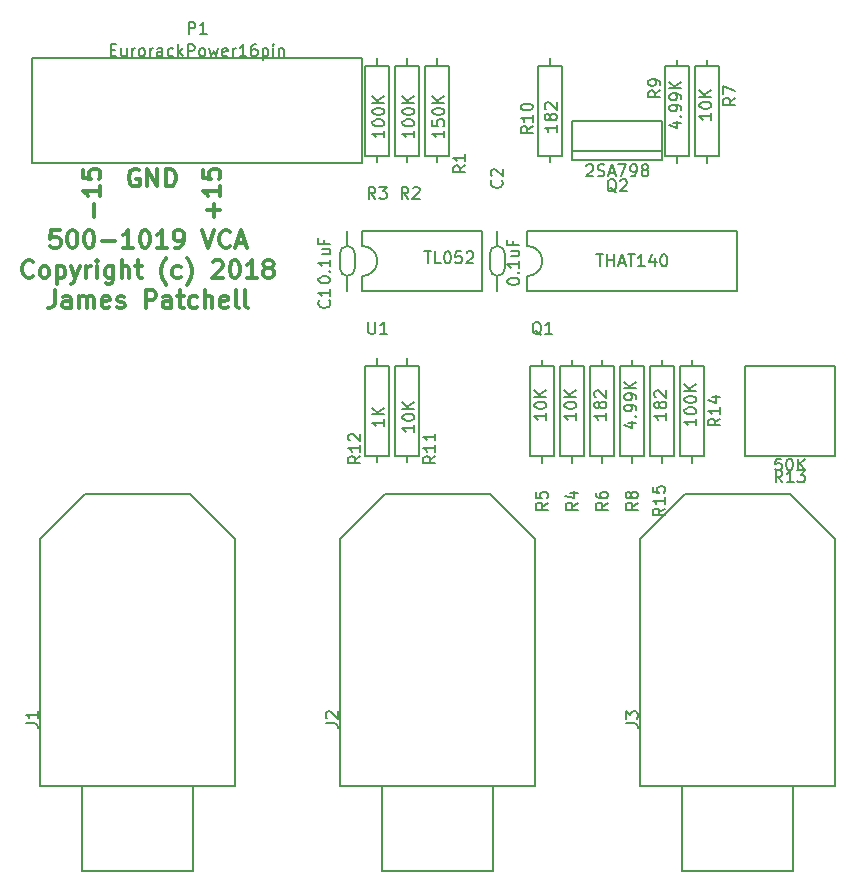
<source format=gto>
G04 #@! TF.GenerationSoftware,KiCad,Pcbnew,(5.0.0)*
G04 #@! TF.CreationDate,2018-10-08T11:46:22-07:00*
G04 #@! TF.ProjectId,500-1019,3530302D313031392E6B696361645F70,rev?*
G04 #@! TF.SameCoordinates,Original*
G04 #@! TF.FileFunction,Legend,Top*
G04 #@! TF.FilePolarity,Positive*
%FSLAX46Y46*%
G04 Gerber Fmt 4.6, Leading zero omitted, Abs format (unit mm)*
G04 Created by KiCad (PCBNEW (5.0.0)) date 10/08/18 11:46:22*
%MOMM*%
%LPD*%
G01*
G04 APERTURE LIST*
%ADD10C,0.300000*%
%ADD11C,0.150000*%
G04 APERTURE END LIST*
D10*
X114074714Y-98990571D02*
X113360428Y-98990571D01*
X113289000Y-99704857D01*
X113360428Y-99633428D01*
X113503285Y-99562000D01*
X113860428Y-99562000D01*
X114003285Y-99633428D01*
X114074714Y-99704857D01*
X114146142Y-99847714D01*
X114146142Y-100204857D01*
X114074714Y-100347714D01*
X114003285Y-100419142D01*
X113860428Y-100490571D01*
X113503285Y-100490571D01*
X113360428Y-100419142D01*
X113289000Y-100347714D01*
X115074714Y-98990571D02*
X115217571Y-98990571D01*
X115360428Y-99062000D01*
X115431857Y-99133428D01*
X115503285Y-99276285D01*
X115574714Y-99562000D01*
X115574714Y-99919142D01*
X115503285Y-100204857D01*
X115431857Y-100347714D01*
X115360428Y-100419142D01*
X115217571Y-100490571D01*
X115074714Y-100490571D01*
X114931857Y-100419142D01*
X114860428Y-100347714D01*
X114789000Y-100204857D01*
X114717571Y-99919142D01*
X114717571Y-99562000D01*
X114789000Y-99276285D01*
X114860428Y-99133428D01*
X114931857Y-99062000D01*
X115074714Y-98990571D01*
X116503285Y-98990571D02*
X116646142Y-98990571D01*
X116789000Y-99062000D01*
X116860428Y-99133428D01*
X116931857Y-99276285D01*
X117003285Y-99562000D01*
X117003285Y-99919142D01*
X116931857Y-100204857D01*
X116860428Y-100347714D01*
X116789000Y-100419142D01*
X116646142Y-100490571D01*
X116503285Y-100490571D01*
X116360428Y-100419142D01*
X116289000Y-100347714D01*
X116217571Y-100204857D01*
X116146142Y-99919142D01*
X116146142Y-99562000D01*
X116217571Y-99276285D01*
X116289000Y-99133428D01*
X116360428Y-99062000D01*
X116503285Y-98990571D01*
X117646142Y-99919142D02*
X118789000Y-99919142D01*
X120289000Y-100490571D02*
X119431857Y-100490571D01*
X119860428Y-100490571D02*
X119860428Y-98990571D01*
X119717571Y-99204857D01*
X119574714Y-99347714D01*
X119431857Y-99419142D01*
X121217571Y-98990571D02*
X121360428Y-98990571D01*
X121503285Y-99062000D01*
X121574714Y-99133428D01*
X121646142Y-99276285D01*
X121717571Y-99562000D01*
X121717571Y-99919142D01*
X121646142Y-100204857D01*
X121574714Y-100347714D01*
X121503285Y-100419142D01*
X121360428Y-100490571D01*
X121217571Y-100490571D01*
X121074714Y-100419142D01*
X121003285Y-100347714D01*
X120931857Y-100204857D01*
X120860428Y-99919142D01*
X120860428Y-99562000D01*
X120931857Y-99276285D01*
X121003285Y-99133428D01*
X121074714Y-99062000D01*
X121217571Y-98990571D01*
X123146142Y-100490571D02*
X122289000Y-100490571D01*
X122717571Y-100490571D02*
X122717571Y-98990571D01*
X122574714Y-99204857D01*
X122431857Y-99347714D01*
X122289000Y-99419142D01*
X123860428Y-100490571D02*
X124146142Y-100490571D01*
X124289000Y-100419142D01*
X124360428Y-100347714D01*
X124503285Y-100133428D01*
X124574714Y-99847714D01*
X124574714Y-99276285D01*
X124503285Y-99133428D01*
X124431857Y-99062000D01*
X124289000Y-98990571D01*
X124003285Y-98990571D01*
X123860428Y-99062000D01*
X123789000Y-99133428D01*
X123717571Y-99276285D01*
X123717571Y-99633428D01*
X123789000Y-99776285D01*
X123860428Y-99847714D01*
X124003285Y-99919142D01*
X124289000Y-99919142D01*
X124431857Y-99847714D01*
X124503285Y-99776285D01*
X124574714Y-99633428D01*
X126146142Y-98990571D02*
X126646142Y-100490571D01*
X127146142Y-98990571D01*
X128503285Y-100347714D02*
X128431857Y-100419142D01*
X128217571Y-100490571D01*
X128074714Y-100490571D01*
X127860428Y-100419142D01*
X127717571Y-100276285D01*
X127646142Y-100133428D01*
X127574714Y-99847714D01*
X127574714Y-99633428D01*
X127646142Y-99347714D01*
X127717571Y-99204857D01*
X127860428Y-99062000D01*
X128074714Y-98990571D01*
X128217571Y-98990571D01*
X128431857Y-99062000D01*
X128503285Y-99133428D01*
X129074714Y-100062000D02*
X129789000Y-100062000D01*
X128931857Y-100490571D02*
X129431857Y-98990571D01*
X129931857Y-100490571D01*
X111824714Y-102897714D02*
X111753285Y-102969142D01*
X111539000Y-103040571D01*
X111396142Y-103040571D01*
X111181857Y-102969142D01*
X111039000Y-102826285D01*
X110967571Y-102683428D01*
X110896142Y-102397714D01*
X110896142Y-102183428D01*
X110967571Y-101897714D01*
X111039000Y-101754857D01*
X111181857Y-101612000D01*
X111396142Y-101540571D01*
X111539000Y-101540571D01*
X111753285Y-101612000D01*
X111824714Y-101683428D01*
X112681857Y-103040571D02*
X112539000Y-102969142D01*
X112467571Y-102897714D01*
X112396142Y-102754857D01*
X112396142Y-102326285D01*
X112467571Y-102183428D01*
X112539000Y-102112000D01*
X112681857Y-102040571D01*
X112896142Y-102040571D01*
X113039000Y-102112000D01*
X113110428Y-102183428D01*
X113181857Y-102326285D01*
X113181857Y-102754857D01*
X113110428Y-102897714D01*
X113039000Y-102969142D01*
X112896142Y-103040571D01*
X112681857Y-103040571D01*
X113824714Y-102040571D02*
X113824714Y-103540571D01*
X113824714Y-102112000D02*
X113967571Y-102040571D01*
X114253285Y-102040571D01*
X114396142Y-102112000D01*
X114467571Y-102183428D01*
X114539000Y-102326285D01*
X114539000Y-102754857D01*
X114467571Y-102897714D01*
X114396142Y-102969142D01*
X114253285Y-103040571D01*
X113967571Y-103040571D01*
X113824714Y-102969142D01*
X115039000Y-102040571D02*
X115396142Y-103040571D01*
X115753285Y-102040571D02*
X115396142Y-103040571D01*
X115253285Y-103397714D01*
X115181857Y-103469142D01*
X115039000Y-103540571D01*
X116324714Y-103040571D02*
X116324714Y-102040571D01*
X116324714Y-102326285D02*
X116396142Y-102183428D01*
X116467571Y-102112000D01*
X116610428Y-102040571D01*
X116753285Y-102040571D01*
X117253285Y-103040571D02*
X117253285Y-102040571D01*
X117253285Y-101540571D02*
X117181857Y-101612000D01*
X117253285Y-101683428D01*
X117324714Y-101612000D01*
X117253285Y-101540571D01*
X117253285Y-101683428D01*
X118610428Y-102040571D02*
X118610428Y-103254857D01*
X118539000Y-103397714D01*
X118467571Y-103469142D01*
X118324714Y-103540571D01*
X118110428Y-103540571D01*
X117967571Y-103469142D01*
X118610428Y-102969142D02*
X118467571Y-103040571D01*
X118181857Y-103040571D01*
X118039000Y-102969142D01*
X117967571Y-102897714D01*
X117896142Y-102754857D01*
X117896142Y-102326285D01*
X117967571Y-102183428D01*
X118039000Y-102112000D01*
X118181857Y-102040571D01*
X118467571Y-102040571D01*
X118610428Y-102112000D01*
X119324714Y-103040571D02*
X119324714Y-101540571D01*
X119967571Y-103040571D02*
X119967571Y-102254857D01*
X119896142Y-102112000D01*
X119753285Y-102040571D01*
X119539000Y-102040571D01*
X119396142Y-102112000D01*
X119324714Y-102183428D01*
X120467571Y-102040571D02*
X121039000Y-102040571D01*
X120681857Y-101540571D02*
X120681857Y-102826285D01*
X120753285Y-102969142D01*
X120896142Y-103040571D01*
X121039000Y-103040571D01*
X123110428Y-103612000D02*
X123039000Y-103540571D01*
X122896142Y-103326285D01*
X122824714Y-103183428D01*
X122753285Y-102969142D01*
X122681857Y-102612000D01*
X122681857Y-102326285D01*
X122753285Y-101969142D01*
X122824714Y-101754857D01*
X122896142Y-101612000D01*
X123039000Y-101397714D01*
X123110428Y-101326285D01*
X124324714Y-102969142D02*
X124181857Y-103040571D01*
X123896142Y-103040571D01*
X123753285Y-102969142D01*
X123681857Y-102897714D01*
X123610428Y-102754857D01*
X123610428Y-102326285D01*
X123681857Y-102183428D01*
X123753285Y-102112000D01*
X123896142Y-102040571D01*
X124181857Y-102040571D01*
X124324714Y-102112000D01*
X124824714Y-103612000D02*
X124896142Y-103540571D01*
X125039000Y-103326285D01*
X125110428Y-103183428D01*
X125181857Y-102969142D01*
X125253285Y-102612000D01*
X125253285Y-102326285D01*
X125181857Y-101969142D01*
X125110428Y-101754857D01*
X125039000Y-101612000D01*
X124896142Y-101397714D01*
X124824714Y-101326285D01*
X127039000Y-101683428D02*
X127110428Y-101612000D01*
X127253285Y-101540571D01*
X127610428Y-101540571D01*
X127753285Y-101612000D01*
X127824714Y-101683428D01*
X127896142Y-101826285D01*
X127896142Y-101969142D01*
X127824714Y-102183428D01*
X126967571Y-103040571D01*
X127896142Y-103040571D01*
X128824714Y-101540571D02*
X128967571Y-101540571D01*
X129110428Y-101612000D01*
X129181857Y-101683428D01*
X129253285Y-101826285D01*
X129324714Y-102112000D01*
X129324714Y-102469142D01*
X129253285Y-102754857D01*
X129181857Y-102897714D01*
X129110428Y-102969142D01*
X128967571Y-103040571D01*
X128824714Y-103040571D01*
X128681857Y-102969142D01*
X128610428Y-102897714D01*
X128539000Y-102754857D01*
X128467571Y-102469142D01*
X128467571Y-102112000D01*
X128539000Y-101826285D01*
X128610428Y-101683428D01*
X128681857Y-101612000D01*
X128824714Y-101540571D01*
X130753285Y-103040571D02*
X129896142Y-103040571D01*
X130324714Y-103040571D02*
X130324714Y-101540571D01*
X130181857Y-101754857D01*
X130039000Y-101897714D01*
X129896142Y-101969142D01*
X131610428Y-102183428D02*
X131467571Y-102112000D01*
X131396142Y-102040571D01*
X131324714Y-101897714D01*
X131324714Y-101826285D01*
X131396142Y-101683428D01*
X131467571Y-101612000D01*
X131610428Y-101540571D01*
X131896142Y-101540571D01*
X132039000Y-101612000D01*
X132110428Y-101683428D01*
X132181857Y-101826285D01*
X132181857Y-101897714D01*
X132110428Y-102040571D01*
X132039000Y-102112000D01*
X131896142Y-102183428D01*
X131610428Y-102183428D01*
X131467571Y-102254857D01*
X131396142Y-102326285D01*
X131324714Y-102469142D01*
X131324714Y-102754857D01*
X131396142Y-102897714D01*
X131467571Y-102969142D01*
X131610428Y-103040571D01*
X131896142Y-103040571D01*
X132039000Y-102969142D01*
X132110428Y-102897714D01*
X132181857Y-102754857D01*
X132181857Y-102469142D01*
X132110428Y-102326285D01*
X132039000Y-102254857D01*
X131896142Y-102183428D01*
X113646142Y-104090571D02*
X113646142Y-105162000D01*
X113574714Y-105376285D01*
X113431857Y-105519142D01*
X113217571Y-105590571D01*
X113074714Y-105590571D01*
X115003285Y-105590571D02*
X115003285Y-104804857D01*
X114931857Y-104662000D01*
X114789000Y-104590571D01*
X114503285Y-104590571D01*
X114360428Y-104662000D01*
X115003285Y-105519142D02*
X114860428Y-105590571D01*
X114503285Y-105590571D01*
X114360428Y-105519142D01*
X114289000Y-105376285D01*
X114289000Y-105233428D01*
X114360428Y-105090571D01*
X114503285Y-105019142D01*
X114860428Y-105019142D01*
X115003285Y-104947714D01*
X115717571Y-105590571D02*
X115717571Y-104590571D01*
X115717571Y-104733428D02*
X115789000Y-104662000D01*
X115931857Y-104590571D01*
X116146142Y-104590571D01*
X116289000Y-104662000D01*
X116360428Y-104804857D01*
X116360428Y-105590571D01*
X116360428Y-104804857D02*
X116431857Y-104662000D01*
X116574714Y-104590571D01*
X116789000Y-104590571D01*
X116931857Y-104662000D01*
X117003285Y-104804857D01*
X117003285Y-105590571D01*
X118289000Y-105519142D02*
X118146142Y-105590571D01*
X117860428Y-105590571D01*
X117717571Y-105519142D01*
X117646142Y-105376285D01*
X117646142Y-104804857D01*
X117717571Y-104662000D01*
X117860428Y-104590571D01*
X118146142Y-104590571D01*
X118289000Y-104662000D01*
X118360428Y-104804857D01*
X118360428Y-104947714D01*
X117646142Y-105090571D01*
X118931857Y-105519142D02*
X119074714Y-105590571D01*
X119360428Y-105590571D01*
X119503285Y-105519142D01*
X119574714Y-105376285D01*
X119574714Y-105304857D01*
X119503285Y-105162000D01*
X119360428Y-105090571D01*
X119146142Y-105090571D01*
X119003285Y-105019142D01*
X118931857Y-104876285D01*
X118931857Y-104804857D01*
X119003285Y-104662000D01*
X119146142Y-104590571D01*
X119360428Y-104590571D01*
X119503285Y-104662000D01*
X121360428Y-105590571D02*
X121360428Y-104090571D01*
X121931857Y-104090571D01*
X122074714Y-104162000D01*
X122146142Y-104233428D01*
X122217571Y-104376285D01*
X122217571Y-104590571D01*
X122146142Y-104733428D01*
X122074714Y-104804857D01*
X121931857Y-104876285D01*
X121360428Y-104876285D01*
X123503285Y-105590571D02*
X123503285Y-104804857D01*
X123431857Y-104662000D01*
X123289000Y-104590571D01*
X123003285Y-104590571D01*
X122860428Y-104662000D01*
X123503285Y-105519142D02*
X123360428Y-105590571D01*
X123003285Y-105590571D01*
X122860428Y-105519142D01*
X122789000Y-105376285D01*
X122789000Y-105233428D01*
X122860428Y-105090571D01*
X123003285Y-105019142D01*
X123360428Y-105019142D01*
X123503285Y-104947714D01*
X124003285Y-104590571D02*
X124574714Y-104590571D01*
X124217571Y-104090571D02*
X124217571Y-105376285D01*
X124289000Y-105519142D01*
X124431857Y-105590571D01*
X124574714Y-105590571D01*
X125717571Y-105519142D02*
X125574714Y-105590571D01*
X125289000Y-105590571D01*
X125146142Y-105519142D01*
X125074714Y-105447714D01*
X125003285Y-105304857D01*
X125003285Y-104876285D01*
X125074714Y-104733428D01*
X125146142Y-104662000D01*
X125289000Y-104590571D01*
X125574714Y-104590571D01*
X125717571Y-104662000D01*
X126360428Y-105590571D02*
X126360428Y-104090571D01*
X127003285Y-105590571D02*
X127003285Y-104804857D01*
X126931857Y-104662000D01*
X126789000Y-104590571D01*
X126574714Y-104590571D01*
X126431857Y-104662000D01*
X126360428Y-104733428D01*
X128289000Y-105519142D02*
X128146142Y-105590571D01*
X127860428Y-105590571D01*
X127717571Y-105519142D01*
X127646142Y-105376285D01*
X127646142Y-104804857D01*
X127717571Y-104662000D01*
X127860428Y-104590571D01*
X128146142Y-104590571D01*
X128289000Y-104662000D01*
X128360428Y-104804857D01*
X128360428Y-104947714D01*
X127646142Y-105090571D01*
X129217571Y-105590571D02*
X129074714Y-105519142D01*
X129003285Y-105376285D01*
X129003285Y-104090571D01*
X130003285Y-105590571D02*
X129860428Y-105519142D01*
X129789000Y-105376285D01*
X129789000Y-104090571D01*
X127107142Y-97885000D02*
X127107142Y-96742142D01*
X127678571Y-97313571D02*
X126535714Y-97313571D01*
X127678571Y-95242142D02*
X127678571Y-96099285D01*
X127678571Y-95670714D02*
X126178571Y-95670714D01*
X126392857Y-95813571D01*
X126535714Y-95956428D01*
X126607142Y-96099285D01*
X126178571Y-93885000D02*
X126178571Y-94599285D01*
X126892857Y-94670714D01*
X126821428Y-94599285D01*
X126750000Y-94456428D01*
X126750000Y-94099285D01*
X126821428Y-93956428D01*
X126892857Y-93885000D01*
X127035714Y-93813571D01*
X127392857Y-93813571D01*
X127535714Y-93885000D01*
X127607142Y-93956428D01*
X127678571Y-94099285D01*
X127678571Y-94456428D01*
X127607142Y-94599285D01*
X127535714Y-94670714D01*
X120777142Y-93865000D02*
X120634285Y-93793571D01*
X120420000Y-93793571D01*
X120205714Y-93865000D01*
X120062857Y-94007857D01*
X119991428Y-94150714D01*
X119920000Y-94436428D01*
X119920000Y-94650714D01*
X119991428Y-94936428D01*
X120062857Y-95079285D01*
X120205714Y-95222142D01*
X120420000Y-95293571D01*
X120562857Y-95293571D01*
X120777142Y-95222142D01*
X120848571Y-95150714D01*
X120848571Y-94650714D01*
X120562857Y-94650714D01*
X121491428Y-95293571D02*
X121491428Y-93793571D01*
X122348571Y-95293571D01*
X122348571Y-93793571D01*
X123062857Y-95293571D02*
X123062857Y-93793571D01*
X123420000Y-93793571D01*
X123634285Y-93865000D01*
X123777142Y-94007857D01*
X123848571Y-94150714D01*
X123920000Y-94436428D01*
X123920000Y-94650714D01*
X123848571Y-94936428D01*
X123777142Y-95079285D01*
X123634285Y-95222142D01*
X123420000Y-95293571D01*
X123062857Y-95293571D01*
X116947142Y-97885000D02*
X116947142Y-96742142D01*
X117518571Y-95242142D02*
X117518571Y-96099285D01*
X117518571Y-95670714D02*
X116018571Y-95670714D01*
X116232857Y-95813571D01*
X116375714Y-95956428D01*
X116447142Y-96099285D01*
X116018571Y-93885000D02*
X116018571Y-94599285D01*
X116732857Y-94670714D01*
X116661428Y-94599285D01*
X116590000Y-94456428D01*
X116590000Y-94099285D01*
X116661428Y-93956428D01*
X116732857Y-93885000D01*
X116875714Y-93813571D01*
X117232857Y-93813571D01*
X117375714Y-93885000D01*
X117447142Y-93956428D01*
X117518571Y-94099285D01*
X117518571Y-94456428D01*
X117447142Y-94599285D01*
X117375714Y-94670714D01*
D11*
G04 #@! TO.C,C1*
X137795000Y-102235000D02*
G75*
G03X138430000Y-102870000I635000J0D01*
G01*
X138430000Y-102870000D02*
G75*
G03X139065000Y-102235000I0J635000D01*
G01*
X138430000Y-100330000D02*
G75*
G03X137795000Y-100965000I0J-635000D01*
G01*
X139065000Y-100965000D02*
G75*
G03X138430000Y-100330000I-635000J0D01*
G01*
X137795000Y-100965000D02*
X137795000Y-102235000D01*
X139065000Y-100965000D02*
X139065000Y-102235000D01*
X138430000Y-104140000D02*
X138430000Y-102870000D01*
X138430000Y-99060000D02*
X138430000Y-100330000D01*
G04 #@! TO.C,C2*
X151765000Y-100965000D02*
G75*
G03X151130000Y-100330000I-635000J0D01*
G01*
X151130000Y-100330000D02*
G75*
G03X150495000Y-100965000I0J-635000D01*
G01*
X151130000Y-102870000D02*
G75*
G03X151765000Y-102235000I0J635000D01*
G01*
X150495000Y-102235000D02*
G75*
G03X151130000Y-102870000I635000J0D01*
G01*
X151765000Y-102235000D02*
X151765000Y-100965000D01*
X150495000Y-102235000D02*
X150495000Y-100965000D01*
X151130000Y-99060000D02*
X151130000Y-100330000D01*
X151130000Y-104140000D02*
X151130000Y-102870000D01*
G04 #@! TO.C,J1*
X125349000Y-146050000D02*
X125349000Y-153238200D01*
X125349000Y-153238200D02*
X115951000Y-153238200D01*
X115951000Y-153238200D02*
X115951000Y-146050000D01*
X116205000Y-121361200D02*
X125095000Y-121361200D01*
X125095000Y-121361200D02*
X128905000Y-125171200D01*
X128905000Y-125171200D02*
X128905000Y-146050000D01*
X128905000Y-146050000D02*
X112395000Y-146050000D01*
X112395000Y-146050000D02*
X112395000Y-125171200D01*
X112395000Y-125171200D02*
X116205000Y-121361200D01*
G04 #@! TO.C,J2*
X150749000Y-146050000D02*
X150749000Y-153238200D01*
X150749000Y-153238200D02*
X141351000Y-153238200D01*
X141351000Y-153238200D02*
X141351000Y-146050000D01*
X141605000Y-121361200D02*
X150495000Y-121361200D01*
X150495000Y-121361200D02*
X154305000Y-125171200D01*
X154305000Y-125171200D02*
X154305000Y-146050000D01*
X154305000Y-146050000D02*
X137795000Y-146050000D01*
X137795000Y-146050000D02*
X137795000Y-125171200D01*
X137795000Y-125171200D02*
X141605000Y-121361200D01*
G04 #@! TO.C,J3*
X176149000Y-146050000D02*
X176149000Y-153238200D01*
X176149000Y-153238200D02*
X166751000Y-153238200D01*
X166751000Y-153238200D02*
X166751000Y-146050000D01*
X167005000Y-121361200D02*
X175895000Y-121361200D01*
X175895000Y-121361200D02*
X179705000Y-125171200D01*
X179705000Y-125171200D02*
X179705000Y-146050000D01*
X179705000Y-146050000D02*
X163195000Y-146050000D01*
X163195000Y-146050000D02*
X163195000Y-125171200D01*
X163195000Y-125171200D02*
X167005000Y-121361200D01*
G04 #@! TO.C,P1*
X139700000Y-85090000D02*
X139700000Y-84455000D01*
X139700000Y-84455000D02*
X111760000Y-84455000D01*
X111760000Y-84455000D02*
X111760000Y-85090000D01*
X111760000Y-92710000D02*
X111760000Y-93345000D01*
X111760000Y-93345000D02*
X139700000Y-93345000D01*
X139700000Y-93345000D02*
X139700000Y-92710000D01*
X111760000Y-86360000D02*
X111760000Y-85090000D01*
X139700000Y-85090000D02*
X139700000Y-86360000D01*
X139700000Y-91440000D02*
X139700000Y-92710000D01*
X111760000Y-92710000D02*
X111760000Y-91440000D01*
X139700000Y-86360000D02*
X139700000Y-91440000D01*
X111760000Y-91440000D02*
X111760000Y-86360000D01*
G04 #@! TO.C,Q1*
X171450000Y-99060000D02*
X171450000Y-104140000D01*
X153670000Y-102870000D02*
X153670000Y-104140000D01*
X153670000Y-99060000D02*
X153670000Y-100330000D01*
X154940000Y-101600000D02*
G75*
G03X153670000Y-100330000I-1270000J0D01*
G01*
X153670000Y-102870000D02*
G75*
G03X154940000Y-101600000I0J1270000D01*
G01*
X153670000Y-99060000D02*
X171450000Y-99060000D01*
X153670000Y-104140000D02*
X171450000Y-104140000D01*
G04 #@! TO.C,Q2*
X157480000Y-92329000D02*
X165100000Y-92329000D01*
X157480000Y-93091000D02*
X157480000Y-89789000D01*
X165100000Y-93091000D02*
X157480000Y-93091000D01*
X165100000Y-89789000D02*
X165100000Y-93091000D01*
X157480000Y-89789000D02*
X165100000Y-89789000D01*
G04 #@! TO.C,R1*
X145034000Y-92710000D02*
X147066000Y-92710000D01*
X145034000Y-85090000D02*
X147066000Y-85090000D01*
X146050000Y-92710000D02*
X146050000Y-93218000D01*
X146050000Y-84455000D02*
X146050000Y-85090000D01*
X147066000Y-92710000D02*
X147066000Y-85090000D01*
X145034000Y-85090000D02*
X145034000Y-92710000D01*
G04 #@! TO.C,R2*
X142494000Y-92710000D02*
X144526000Y-92710000D01*
X142494000Y-85090000D02*
X144526000Y-85090000D01*
X143510000Y-92710000D02*
X143510000Y-93218000D01*
X143510000Y-84455000D02*
X143510000Y-85090000D01*
X144526000Y-92710000D02*
X144526000Y-85090000D01*
X142494000Y-85090000D02*
X142494000Y-92710000D01*
G04 #@! TO.C,R3*
X139954000Y-92710000D02*
X141986000Y-92710000D01*
X139954000Y-85090000D02*
X141986000Y-85090000D01*
X140970000Y-92710000D02*
X140970000Y-93218000D01*
X140970000Y-84455000D02*
X140970000Y-85090000D01*
X141986000Y-92710000D02*
X141986000Y-85090000D01*
X139954000Y-85090000D02*
X139954000Y-92710000D01*
G04 #@! TO.C,R4*
X158496000Y-110490000D02*
X156464000Y-110490000D01*
X158496000Y-118110000D02*
X156464000Y-118110000D01*
X157480000Y-110490000D02*
X157480000Y-109982000D01*
X157480000Y-118745000D02*
X157480000Y-118110000D01*
X156464000Y-110490000D02*
X156464000Y-118110000D01*
X158496000Y-118110000D02*
X158496000Y-110490000D01*
G04 #@! TO.C,R5*
X155956000Y-110490000D02*
X153924000Y-110490000D01*
X155956000Y-118110000D02*
X153924000Y-118110000D01*
X154940000Y-110490000D02*
X154940000Y-109982000D01*
X154940000Y-118745000D02*
X154940000Y-118110000D01*
X153924000Y-110490000D02*
X153924000Y-118110000D01*
X155956000Y-118110000D02*
X155956000Y-110490000D01*
G04 #@! TO.C,R6*
X161036000Y-110490000D02*
X159004000Y-110490000D01*
X161036000Y-118110000D02*
X159004000Y-118110000D01*
X160020000Y-110490000D02*
X160020000Y-109982000D01*
X160020000Y-118745000D02*
X160020000Y-118110000D01*
X159004000Y-110490000D02*
X159004000Y-118110000D01*
X161036000Y-118110000D02*
X161036000Y-110490000D01*
G04 #@! TO.C,R7*
X169926000Y-85090000D02*
X167894000Y-85090000D01*
X169926000Y-92710000D02*
X167894000Y-92710000D01*
X168910000Y-85090000D02*
X168910000Y-84582000D01*
X168910000Y-93345000D02*
X168910000Y-92710000D01*
X167894000Y-85090000D02*
X167894000Y-92710000D01*
X169926000Y-92710000D02*
X169926000Y-85090000D01*
G04 #@! TO.C,R8*
X163576000Y-110490000D02*
X161544000Y-110490000D01*
X163576000Y-118110000D02*
X161544000Y-118110000D01*
X162560000Y-110490000D02*
X162560000Y-109982000D01*
X162560000Y-118745000D02*
X162560000Y-118110000D01*
X161544000Y-110490000D02*
X161544000Y-118110000D01*
X163576000Y-118110000D02*
X163576000Y-110490000D01*
G04 #@! TO.C,R9*
X167386000Y-85090000D02*
X165354000Y-85090000D01*
X167386000Y-92710000D02*
X165354000Y-92710000D01*
X166370000Y-85090000D02*
X166370000Y-84582000D01*
X166370000Y-93345000D02*
X166370000Y-92710000D01*
X165354000Y-85090000D02*
X165354000Y-92710000D01*
X167386000Y-92710000D02*
X167386000Y-85090000D01*
G04 #@! TO.C,R10*
X154559000Y-92710000D02*
X156591000Y-92710000D01*
X154559000Y-85090000D02*
X156591000Y-85090000D01*
X155575000Y-92710000D02*
X155575000Y-93218000D01*
X155575000Y-84455000D02*
X155575000Y-85090000D01*
X156591000Y-92710000D02*
X156591000Y-85090000D01*
X154559000Y-85090000D02*
X154559000Y-92710000D01*
G04 #@! TO.C,R11*
X142494000Y-118110000D02*
X144526000Y-118110000D01*
X142494000Y-110490000D02*
X144526000Y-110490000D01*
X143510000Y-118110000D02*
X143510000Y-118618000D01*
X143510000Y-109855000D02*
X143510000Y-110490000D01*
X144526000Y-118110000D02*
X144526000Y-110490000D01*
X142494000Y-110490000D02*
X142494000Y-118110000D01*
G04 #@! TO.C,R12*
X139954000Y-118110000D02*
X141986000Y-118110000D01*
X139954000Y-110490000D02*
X141986000Y-110490000D01*
X140970000Y-118110000D02*
X140970000Y-118618000D01*
X140970000Y-109855000D02*
X140970000Y-110490000D01*
X141986000Y-118110000D02*
X141986000Y-110490000D01*
X139954000Y-110490000D02*
X139954000Y-118110000D01*
G04 #@! TO.C,U1*
X139700000Y-102870000D02*
G75*
G03X140970000Y-101600000I0J1270000D01*
G01*
X140970000Y-101600000D02*
G75*
G03X139700000Y-100330000I-1270000J0D01*
G01*
X139700000Y-99060000D02*
X139700000Y-100330000D01*
X139700000Y-99060000D02*
X149860000Y-99060000D01*
X149860000Y-99060000D02*
X149860000Y-104140000D01*
X149860000Y-104140000D02*
X139700000Y-104140000D01*
X139700000Y-104140000D02*
X139700000Y-102870000D01*
G04 #@! TO.C,R13*
X172085000Y-110490000D02*
X172085000Y-118110000D01*
X179705000Y-110490000D02*
X172085000Y-110490000D01*
X179705000Y-118110000D02*
X179705000Y-110490000D01*
X179070000Y-118110000D02*
X179705000Y-118110000D01*
X172085000Y-118110000D02*
X179070000Y-118110000D01*
G04 #@! TO.C,R14*
X168656000Y-110490000D02*
X166624000Y-110490000D01*
X168656000Y-118110000D02*
X166624000Y-118110000D01*
X167640000Y-110490000D02*
X167640000Y-109982000D01*
X167640000Y-118745000D02*
X167640000Y-118110000D01*
X166624000Y-110490000D02*
X166624000Y-118110000D01*
X168656000Y-118110000D02*
X168656000Y-110490000D01*
G04 #@! TO.C,R15*
X166116000Y-110490000D02*
X164084000Y-110490000D01*
X166116000Y-118110000D02*
X164084000Y-118110000D01*
X165100000Y-110490000D02*
X165100000Y-109982000D01*
X165100000Y-118745000D02*
X165100000Y-118110000D01*
X164084000Y-110490000D02*
X164084000Y-118110000D01*
X166116000Y-118110000D02*
X166116000Y-110490000D01*
G04 #@! TO.C,C1*
X136882142Y-104941666D02*
X136929761Y-104989285D01*
X136977380Y-105132142D01*
X136977380Y-105227380D01*
X136929761Y-105370238D01*
X136834523Y-105465476D01*
X136739285Y-105513095D01*
X136548809Y-105560714D01*
X136405952Y-105560714D01*
X136215476Y-105513095D01*
X136120238Y-105465476D01*
X136025000Y-105370238D01*
X135977380Y-105227380D01*
X135977380Y-105132142D01*
X136025000Y-104989285D01*
X136072619Y-104941666D01*
X136977380Y-103989285D02*
X136977380Y-104560714D01*
X136977380Y-104275000D02*
X135977380Y-104275000D01*
X136120238Y-104370238D01*
X136215476Y-104465476D01*
X136263095Y-104560714D01*
X135977380Y-103242857D02*
X135977380Y-103147619D01*
X136025000Y-103052380D01*
X136072619Y-103004761D01*
X136167857Y-102957142D01*
X136358333Y-102909523D01*
X136596428Y-102909523D01*
X136786904Y-102957142D01*
X136882142Y-103004761D01*
X136929761Y-103052380D01*
X136977380Y-103147619D01*
X136977380Y-103242857D01*
X136929761Y-103338095D01*
X136882142Y-103385714D01*
X136786904Y-103433333D01*
X136596428Y-103480952D01*
X136358333Y-103480952D01*
X136167857Y-103433333D01*
X136072619Y-103385714D01*
X136025000Y-103338095D01*
X135977380Y-103242857D01*
X136882142Y-102480952D02*
X136929761Y-102433333D01*
X136977380Y-102480952D01*
X136929761Y-102528571D01*
X136882142Y-102480952D01*
X136977380Y-102480952D01*
X136977380Y-101480952D02*
X136977380Y-102052380D01*
X136977380Y-101766666D02*
X135977380Y-101766666D01*
X136120238Y-101861904D01*
X136215476Y-101957142D01*
X136263095Y-102052380D01*
X136310714Y-100623809D02*
X136977380Y-100623809D01*
X136310714Y-101052380D02*
X136834523Y-101052380D01*
X136929761Y-101004761D01*
X136977380Y-100909523D01*
X136977380Y-100766666D01*
X136929761Y-100671428D01*
X136882142Y-100623809D01*
X136453571Y-99814285D02*
X136453571Y-100147619D01*
X136977380Y-100147619D02*
X135977380Y-100147619D01*
X135977380Y-99671428D01*
G04 #@! TO.C,C2*
X151487142Y-94781666D02*
X151534761Y-94829285D01*
X151582380Y-94972142D01*
X151582380Y-95067380D01*
X151534761Y-95210238D01*
X151439523Y-95305476D01*
X151344285Y-95353095D01*
X151153809Y-95400714D01*
X151010952Y-95400714D01*
X150820476Y-95353095D01*
X150725238Y-95305476D01*
X150630000Y-95210238D01*
X150582380Y-95067380D01*
X150582380Y-94972142D01*
X150630000Y-94829285D01*
X150677619Y-94781666D01*
X150677619Y-94400714D02*
X150630000Y-94353095D01*
X150582380Y-94257857D01*
X150582380Y-94019761D01*
X150630000Y-93924523D01*
X150677619Y-93876904D01*
X150772857Y-93829285D01*
X150868095Y-93829285D01*
X151010952Y-93876904D01*
X151582380Y-94448333D01*
X151582380Y-93829285D01*
X151979380Y-103369857D02*
X151979380Y-103274619D01*
X152027000Y-103179380D01*
X152074619Y-103131761D01*
X152169857Y-103084142D01*
X152360333Y-103036523D01*
X152598428Y-103036523D01*
X152788904Y-103084142D01*
X152884142Y-103131761D01*
X152931761Y-103179380D01*
X152979380Y-103274619D01*
X152979380Y-103369857D01*
X152931761Y-103465095D01*
X152884142Y-103512714D01*
X152788904Y-103560333D01*
X152598428Y-103607952D01*
X152360333Y-103607952D01*
X152169857Y-103560333D01*
X152074619Y-103512714D01*
X152027000Y-103465095D01*
X151979380Y-103369857D01*
X152884142Y-102607952D02*
X152931761Y-102560333D01*
X152979380Y-102607952D01*
X152931761Y-102655571D01*
X152884142Y-102607952D01*
X152979380Y-102607952D01*
X152979380Y-101607952D02*
X152979380Y-102179380D01*
X152979380Y-101893666D02*
X151979380Y-101893666D01*
X152122238Y-101988904D01*
X152217476Y-102084142D01*
X152265095Y-102179380D01*
X152312714Y-100750809D02*
X152979380Y-100750809D01*
X152312714Y-101179380D02*
X152836523Y-101179380D01*
X152931761Y-101131761D01*
X152979380Y-101036523D01*
X152979380Y-100893666D01*
X152931761Y-100798428D01*
X152884142Y-100750809D01*
X152455571Y-99941285D02*
X152455571Y-100274619D01*
X152979380Y-100274619D02*
X151979380Y-100274619D01*
X151979380Y-99798428D01*
G04 #@! TO.C,J1*
X111212380Y-140744533D02*
X111926666Y-140744533D01*
X112069523Y-140792152D01*
X112164761Y-140887390D01*
X112212380Y-141030247D01*
X112212380Y-141125485D01*
X112212380Y-139744533D02*
X112212380Y-140315961D01*
X112212380Y-140030247D02*
X111212380Y-140030247D01*
X111355238Y-140125485D01*
X111450476Y-140220723D01*
X111498095Y-140315961D01*
G04 #@! TO.C,J2*
X136612380Y-140744533D02*
X137326666Y-140744533D01*
X137469523Y-140792152D01*
X137564761Y-140887390D01*
X137612380Y-141030247D01*
X137612380Y-141125485D01*
X136707619Y-140315961D02*
X136660000Y-140268342D01*
X136612380Y-140173104D01*
X136612380Y-139935009D01*
X136660000Y-139839771D01*
X136707619Y-139792152D01*
X136802857Y-139744533D01*
X136898095Y-139744533D01*
X137040952Y-139792152D01*
X137612380Y-140363580D01*
X137612380Y-139744533D01*
G04 #@! TO.C,J3*
X162012380Y-140744533D02*
X162726666Y-140744533D01*
X162869523Y-140792152D01*
X162964761Y-140887390D01*
X163012380Y-141030247D01*
X163012380Y-141125485D01*
X162012380Y-140363580D02*
X162012380Y-139744533D01*
X162393333Y-140077866D01*
X162393333Y-139935009D01*
X162440952Y-139839771D01*
X162488571Y-139792152D01*
X162583809Y-139744533D01*
X162821904Y-139744533D01*
X162917142Y-139792152D01*
X162964761Y-139839771D01*
X163012380Y-139935009D01*
X163012380Y-140220723D01*
X162964761Y-140315961D01*
X162917142Y-140363580D01*
G04 #@! TO.C,P1*
X124991904Y-82367380D02*
X124991904Y-81367380D01*
X125372857Y-81367380D01*
X125468095Y-81415000D01*
X125515714Y-81462619D01*
X125563333Y-81557857D01*
X125563333Y-81700714D01*
X125515714Y-81795952D01*
X125468095Y-81843571D01*
X125372857Y-81891190D01*
X124991904Y-81891190D01*
X126515714Y-82367380D02*
X125944285Y-82367380D01*
X126230000Y-82367380D02*
X126230000Y-81367380D01*
X126134761Y-81510238D01*
X126039523Y-81605476D01*
X125944285Y-81653095D01*
X118396666Y-83748571D02*
X118730000Y-83748571D01*
X118872857Y-84272380D02*
X118396666Y-84272380D01*
X118396666Y-83272380D01*
X118872857Y-83272380D01*
X119730000Y-83605714D02*
X119730000Y-84272380D01*
X119301428Y-83605714D02*
X119301428Y-84129523D01*
X119349047Y-84224761D01*
X119444285Y-84272380D01*
X119587142Y-84272380D01*
X119682380Y-84224761D01*
X119730000Y-84177142D01*
X120206190Y-84272380D02*
X120206190Y-83605714D01*
X120206190Y-83796190D02*
X120253809Y-83700952D01*
X120301428Y-83653333D01*
X120396666Y-83605714D01*
X120491904Y-83605714D01*
X120968095Y-84272380D02*
X120872857Y-84224761D01*
X120825238Y-84177142D01*
X120777619Y-84081904D01*
X120777619Y-83796190D01*
X120825238Y-83700952D01*
X120872857Y-83653333D01*
X120968095Y-83605714D01*
X121110952Y-83605714D01*
X121206190Y-83653333D01*
X121253809Y-83700952D01*
X121301428Y-83796190D01*
X121301428Y-84081904D01*
X121253809Y-84177142D01*
X121206190Y-84224761D01*
X121110952Y-84272380D01*
X120968095Y-84272380D01*
X121730000Y-84272380D02*
X121730000Y-83605714D01*
X121730000Y-83796190D02*
X121777619Y-83700952D01*
X121825238Y-83653333D01*
X121920476Y-83605714D01*
X122015714Y-83605714D01*
X122777619Y-84272380D02*
X122777619Y-83748571D01*
X122730000Y-83653333D01*
X122634761Y-83605714D01*
X122444285Y-83605714D01*
X122349047Y-83653333D01*
X122777619Y-84224761D02*
X122682380Y-84272380D01*
X122444285Y-84272380D01*
X122349047Y-84224761D01*
X122301428Y-84129523D01*
X122301428Y-84034285D01*
X122349047Y-83939047D01*
X122444285Y-83891428D01*
X122682380Y-83891428D01*
X122777619Y-83843809D01*
X123682380Y-84224761D02*
X123587142Y-84272380D01*
X123396666Y-84272380D01*
X123301428Y-84224761D01*
X123253809Y-84177142D01*
X123206190Y-84081904D01*
X123206190Y-83796190D01*
X123253809Y-83700952D01*
X123301428Y-83653333D01*
X123396666Y-83605714D01*
X123587142Y-83605714D01*
X123682380Y-83653333D01*
X124110952Y-84272380D02*
X124110952Y-83272380D01*
X124206190Y-83891428D02*
X124491904Y-84272380D01*
X124491904Y-83605714D02*
X124110952Y-83986666D01*
X124920476Y-84272380D02*
X124920476Y-83272380D01*
X125301428Y-83272380D01*
X125396666Y-83320000D01*
X125444285Y-83367619D01*
X125491904Y-83462857D01*
X125491904Y-83605714D01*
X125444285Y-83700952D01*
X125396666Y-83748571D01*
X125301428Y-83796190D01*
X124920476Y-83796190D01*
X126063333Y-84272380D02*
X125968095Y-84224761D01*
X125920476Y-84177142D01*
X125872857Y-84081904D01*
X125872857Y-83796190D01*
X125920476Y-83700952D01*
X125968095Y-83653333D01*
X126063333Y-83605714D01*
X126206190Y-83605714D01*
X126301428Y-83653333D01*
X126349047Y-83700952D01*
X126396666Y-83796190D01*
X126396666Y-84081904D01*
X126349047Y-84177142D01*
X126301428Y-84224761D01*
X126206190Y-84272380D01*
X126063333Y-84272380D01*
X126730000Y-83605714D02*
X126920476Y-84272380D01*
X127110952Y-83796190D01*
X127301428Y-84272380D01*
X127491904Y-83605714D01*
X128253809Y-84224761D02*
X128158571Y-84272380D01*
X127968095Y-84272380D01*
X127872857Y-84224761D01*
X127825238Y-84129523D01*
X127825238Y-83748571D01*
X127872857Y-83653333D01*
X127968095Y-83605714D01*
X128158571Y-83605714D01*
X128253809Y-83653333D01*
X128301428Y-83748571D01*
X128301428Y-83843809D01*
X127825238Y-83939047D01*
X128730000Y-84272380D02*
X128730000Y-83605714D01*
X128730000Y-83796190D02*
X128777619Y-83700952D01*
X128825238Y-83653333D01*
X128920476Y-83605714D01*
X129015714Y-83605714D01*
X129872857Y-84272380D02*
X129301428Y-84272380D01*
X129587142Y-84272380D02*
X129587142Y-83272380D01*
X129491904Y-83415238D01*
X129396666Y-83510476D01*
X129301428Y-83558095D01*
X130730000Y-83272380D02*
X130539523Y-83272380D01*
X130444285Y-83320000D01*
X130396666Y-83367619D01*
X130301428Y-83510476D01*
X130253809Y-83700952D01*
X130253809Y-84081904D01*
X130301428Y-84177142D01*
X130349047Y-84224761D01*
X130444285Y-84272380D01*
X130634761Y-84272380D01*
X130730000Y-84224761D01*
X130777619Y-84177142D01*
X130825238Y-84081904D01*
X130825238Y-83843809D01*
X130777619Y-83748571D01*
X130730000Y-83700952D01*
X130634761Y-83653333D01*
X130444285Y-83653333D01*
X130349047Y-83700952D01*
X130301428Y-83748571D01*
X130253809Y-83843809D01*
X131253809Y-83605714D02*
X131253809Y-84605714D01*
X131253809Y-83653333D02*
X131349047Y-83605714D01*
X131539523Y-83605714D01*
X131634761Y-83653333D01*
X131682380Y-83700952D01*
X131730000Y-83796190D01*
X131730000Y-84081904D01*
X131682380Y-84177142D01*
X131634761Y-84224761D01*
X131539523Y-84272380D01*
X131349047Y-84272380D01*
X131253809Y-84224761D01*
X132158571Y-84272380D02*
X132158571Y-83605714D01*
X132158571Y-83272380D02*
X132110952Y-83320000D01*
X132158571Y-83367619D01*
X132206190Y-83320000D01*
X132158571Y-83272380D01*
X132158571Y-83367619D01*
X132634761Y-83605714D02*
X132634761Y-84272380D01*
X132634761Y-83700952D02*
X132682380Y-83653333D01*
X132777619Y-83605714D01*
X132920476Y-83605714D01*
X133015714Y-83653333D01*
X133063333Y-83748571D01*
X133063333Y-84272380D01*
G04 #@! TO.C,Q1*
X154844761Y-107862619D02*
X154749523Y-107815000D01*
X154654285Y-107719761D01*
X154511428Y-107576904D01*
X154416190Y-107529285D01*
X154320952Y-107529285D01*
X154368571Y-107767380D02*
X154273333Y-107719761D01*
X154178095Y-107624523D01*
X154130476Y-107434047D01*
X154130476Y-107100714D01*
X154178095Y-106910238D01*
X154273333Y-106815000D01*
X154368571Y-106767380D01*
X154559047Y-106767380D01*
X154654285Y-106815000D01*
X154749523Y-106910238D01*
X154797142Y-107100714D01*
X154797142Y-107434047D01*
X154749523Y-107624523D01*
X154654285Y-107719761D01*
X154559047Y-107767380D01*
X154368571Y-107767380D01*
X155749523Y-107767380D02*
X155178095Y-107767380D01*
X155463809Y-107767380D02*
X155463809Y-106767380D01*
X155368571Y-106910238D01*
X155273333Y-107005476D01*
X155178095Y-107053095D01*
X159512380Y-101052380D02*
X160083809Y-101052380D01*
X159798095Y-102052380D02*
X159798095Y-101052380D01*
X160417142Y-102052380D02*
X160417142Y-101052380D01*
X160417142Y-101528571D02*
X160988571Y-101528571D01*
X160988571Y-102052380D02*
X160988571Y-101052380D01*
X161417142Y-101766666D02*
X161893333Y-101766666D01*
X161321904Y-102052380D02*
X161655238Y-101052380D01*
X161988571Y-102052380D01*
X162179047Y-101052380D02*
X162750476Y-101052380D01*
X162464761Y-102052380D02*
X162464761Y-101052380D01*
X163607619Y-102052380D02*
X163036190Y-102052380D01*
X163321904Y-102052380D02*
X163321904Y-101052380D01*
X163226666Y-101195238D01*
X163131428Y-101290476D01*
X163036190Y-101338095D01*
X164464761Y-101385714D02*
X164464761Y-102052380D01*
X164226666Y-101004761D02*
X163988571Y-101719047D01*
X164607619Y-101719047D01*
X165179047Y-101052380D02*
X165274285Y-101052380D01*
X165369523Y-101100000D01*
X165417142Y-101147619D01*
X165464761Y-101242857D01*
X165512380Y-101433333D01*
X165512380Y-101671428D01*
X165464761Y-101861904D01*
X165417142Y-101957142D01*
X165369523Y-102004761D01*
X165274285Y-102052380D01*
X165179047Y-102052380D01*
X165083809Y-102004761D01*
X165036190Y-101957142D01*
X164988571Y-101861904D01*
X164940952Y-101671428D01*
X164940952Y-101433333D01*
X164988571Y-101242857D01*
X165036190Y-101147619D01*
X165083809Y-101100000D01*
X165179047Y-101052380D01*
G04 #@! TO.C,Q2*
X161194761Y-95797619D02*
X161099523Y-95750000D01*
X161004285Y-95654761D01*
X160861428Y-95511904D01*
X160766190Y-95464285D01*
X160670952Y-95464285D01*
X160718571Y-95702380D02*
X160623333Y-95654761D01*
X160528095Y-95559523D01*
X160480476Y-95369047D01*
X160480476Y-95035714D01*
X160528095Y-94845238D01*
X160623333Y-94750000D01*
X160718571Y-94702380D01*
X160909047Y-94702380D01*
X161004285Y-94750000D01*
X161099523Y-94845238D01*
X161147142Y-95035714D01*
X161147142Y-95369047D01*
X161099523Y-95559523D01*
X161004285Y-95654761D01*
X160909047Y-95702380D01*
X160718571Y-95702380D01*
X161528095Y-94797619D02*
X161575714Y-94750000D01*
X161670952Y-94702380D01*
X161909047Y-94702380D01*
X162004285Y-94750000D01*
X162051904Y-94797619D01*
X162099523Y-94892857D01*
X162099523Y-94988095D01*
X162051904Y-95130952D01*
X161480476Y-95702380D01*
X162099523Y-95702380D01*
X158670952Y-93527619D02*
X158718571Y-93480000D01*
X158813809Y-93432380D01*
X159051904Y-93432380D01*
X159147142Y-93480000D01*
X159194761Y-93527619D01*
X159242380Y-93622857D01*
X159242380Y-93718095D01*
X159194761Y-93860952D01*
X158623333Y-94432380D01*
X159242380Y-94432380D01*
X159623333Y-94384761D02*
X159766190Y-94432380D01*
X160004285Y-94432380D01*
X160099523Y-94384761D01*
X160147142Y-94337142D01*
X160194761Y-94241904D01*
X160194761Y-94146666D01*
X160147142Y-94051428D01*
X160099523Y-94003809D01*
X160004285Y-93956190D01*
X159813809Y-93908571D01*
X159718571Y-93860952D01*
X159670952Y-93813333D01*
X159623333Y-93718095D01*
X159623333Y-93622857D01*
X159670952Y-93527619D01*
X159718571Y-93480000D01*
X159813809Y-93432380D01*
X160051904Y-93432380D01*
X160194761Y-93480000D01*
X160575714Y-94146666D02*
X161051904Y-94146666D01*
X160480476Y-94432380D02*
X160813809Y-93432380D01*
X161147142Y-94432380D01*
X161385238Y-93432380D02*
X162051904Y-93432380D01*
X161623333Y-94432380D01*
X162480476Y-94432380D02*
X162670952Y-94432380D01*
X162766190Y-94384761D01*
X162813809Y-94337142D01*
X162909047Y-94194285D01*
X162956666Y-94003809D01*
X162956666Y-93622857D01*
X162909047Y-93527619D01*
X162861428Y-93480000D01*
X162766190Y-93432380D01*
X162575714Y-93432380D01*
X162480476Y-93480000D01*
X162432857Y-93527619D01*
X162385238Y-93622857D01*
X162385238Y-93860952D01*
X162432857Y-93956190D01*
X162480476Y-94003809D01*
X162575714Y-94051428D01*
X162766190Y-94051428D01*
X162861428Y-94003809D01*
X162909047Y-93956190D01*
X162956666Y-93860952D01*
X163528095Y-93860952D02*
X163432857Y-93813333D01*
X163385238Y-93765714D01*
X163337619Y-93670476D01*
X163337619Y-93622857D01*
X163385238Y-93527619D01*
X163432857Y-93480000D01*
X163528095Y-93432380D01*
X163718571Y-93432380D01*
X163813809Y-93480000D01*
X163861428Y-93527619D01*
X163909047Y-93622857D01*
X163909047Y-93670476D01*
X163861428Y-93765714D01*
X163813809Y-93813333D01*
X163718571Y-93860952D01*
X163528095Y-93860952D01*
X163432857Y-93908571D01*
X163385238Y-93956190D01*
X163337619Y-94051428D01*
X163337619Y-94241904D01*
X163385238Y-94337142D01*
X163432857Y-94384761D01*
X163528095Y-94432380D01*
X163718571Y-94432380D01*
X163813809Y-94384761D01*
X163861428Y-94337142D01*
X163909047Y-94241904D01*
X163909047Y-94051428D01*
X163861428Y-93956190D01*
X163813809Y-93908571D01*
X163718571Y-93860952D01*
G04 #@! TO.C,R1*
X148407380Y-93511666D02*
X147931190Y-93845000D01*
X148407380Y-94083095D02*
X147407380Y-94083095D01*
X147407380Y-93702142D01*
X147455000Y-93606904D01*
X147502619Y-93559285D01*
X147597857Y-93511666D01*
X147740714Y-93511666D01*
X147835952Y-93559285D01*
X147883571Y-93606904D01*
X147931190Y-93702142D01*
X147931190Y-94083095D01*
X148407380Y-92559285D02*
X148407380Y-93130714D01*
X148407380Y-92845000D02*
X147407380Y-92845000D01*
X147550238Y-92940238D01*
X147645476Y-93035476D01*
X147693095Y-93130714D01*
X146629380Y-90574666D02*
X146629380Y-91146095D01*
X146629380Y-90860380D02*
X145629380Y-90860380D01*
X145772238Y-90955619D01*
X145867476Y-91050857D01*
X145915095Y-91146095D01*
X145629380Y-89669904D02*
X145629380Y-90146095D01*
X146105571Y-90193714D01*
X146057952Y-90146095D01*
X146010333Y-90050857D01*
X146010333Y-89812761D01*
X146057952Y-89717523D01*
X146105571Y-89669904D01*
X146200809Y-89622285D01*
X146438904Y-89622285D01*
X146534142Y-89669904D01*
X146581761Y-89717523D01*
X146629380Y-89812761D01*
X146629380Y-90050857D01*
X146581761Y-90146095D01*
X146534142Y-90193714D01*
X145629380Y-89003238D02*
X145629380Y-88908000D01*
X145677000Y-88812761D01*
X145724619Y-88765142D01*
X145819857Y-88717523D01*
X146010333Y-88669904D01*
X146248428Y-88669904D01*
X146438904Y-88717523D01*
X146534142Y-88765142D01*
X146581761Y-88812761D01*
X146629380Y-88908000D01*
X146629380Y-89003238D01*
X146581761Y-89098476D01*
X146534142Y-89146095D01*
X146438904Y-89193714D01*
X146248428Y-89241333D01*
X146010333Y-89241333D01*
X145819857Y-89193714D01*
X145724619Y-89146095D01*
X145677000Y-89098476D01*
X145629380Y-89003238D01*
X146629380Y-88241333D02*
X145629380Y-88241333D01*
X146629380Y-87669904D02*
X146057952Y-88098476D01*
X145629380Y-87669904D02*
X146200809Y-88241333D01*
G04 #@! TO.C,R2*
X143597333Y-96337380D02*
X143264000Y-95861190D01*
X143025904Y-96337380D02*
X143025904Y-95337380D01*
X143406857Y-95337380D01*
X143502095Y-95385000D01*
X143549714Y-95432619D01*
X143597333Y-95527857D01*
X143597333Y-95670714D01*
X143549714Y-95765952D01*
X143502095Y-95813571D01*
X143406857Y-95861190D01*
X143025904Y-95861190D01*
X143978285Y-95432619D02*
X144025904Y-95385000D01*
X144121142Y-95337380D01*
X144359238Y-95337380D01*
X144454476Y-95385000D01*
X144502095Y-95432619D01*
X144549714Y-95527857D01*
X144549714Y-95623095D01*
X144502095Y-95765952D01*
X143930666Y-96337380D01*
X144549714Y-96337380D01*
X144089380Y-90574666D02*
X144089380Y-91146095D01*
X144089380Y-90860380D02*
X143089380Y-90860380D01*
X143232238Y-90955619D01*
X143327476Y-91050857D01*
X143375095Y-91146095D01*
X143089380Y-89955619D02*
X143089380Y-89860380D01*
X143137000Y-89765142D01*
X143184619Y-89717523D01*
X143279857Y-89669904D01*
X143470333Y-89622285D01*
X143708428Y-89622285D01*
X143898904Y-89669904D01*
X143994142Y-89717523D01*
X144041761Y-89765142D01*
X144089380Y-89860380D01*
X144089380Y-89955619D01*
X144041761Y-90050857D01*
X143994142Y-90098476D01*
X143898904Y-90146095D01*
X143708428Y-90193714D01*
X143470333Y-90193714D01*
X143279857Y-90146095D01*
X143184619Y-90098476D01*
X143137000Y-90050857D01*
X143089380Y-89955619D01*
X143089380Y-89003238D02*
X143089380Y-88908000D01*
X143137000Y-88812761D01*
X143184619Y-88765142D01*
X143279857Y-88717523D01*
X143470333Y-88669904D01*
X143708428Y-88669904D01*
X143898904Y-88717523D01*
X143994142Y-88765142D01*
X144041761Y-88812761D01*
X144089380Y-88908000D01*
X144089380Y-89003238D01*
X144041761Y-89098476D01*
X143994142Y-89146095D01*
X143898904Y-89193714D01*
X143708428Y-89241333D01*
X143470333Y-89241333D01*
X143279857Y-89193714D01*
X143184619Y-89146095D01*
X143137000Y-89098476D01*
X143089380Y-89003238D01*
X144089380Y-88241333D02*
X143089380Y-88241333D01*
X144089380Y-87669904D02*
X143517952Y-88098476D01*
X143089380Y-87669904D02*
X143660809Y-88241333D01*
G04 #@! TO.C,R3*
X140803333Y-96337380D02*
X140470000Y-95861190D01*
X140231904Y-96337380D02*
X140231904Y-95337380D01*
X140612857Y-95337380D01*
X140708095Y-95385000D01*
X140755714Y-95432619D01*
X140803333Y-95527857D01*
X140803333Y-95670714D01*
X140755714Y-95765952D01*
X140708095Y-95813571D01*
X140612857Y-95861190D01*
X140231904Y-95861190D01*
X141136666Y-95337380D02*
X141755714Y-95337380D01*
X141422380Y-95718333D01*
X141565238Y-95718333D01*
X141660476Y-95765952D01*
X141708095Y-95813571D01*
X141755714Y-95908809D01*
X141755714Y-96146904D01*
X141708095Y-96242142D01*
X141660476Y-96289761D01*
X141565238Y-96337380D01*
X141279523Y-96337380D01*
X141184285Y-96289761D01*
X141136666Y-96242142D01*
X141549380Y-90574666D02*
X141549380Y-91146095D01*
X141549380Y-90860380D02*
X140549380Y-90860380D01*
X140692238Y-90955619D01*
X140787476Y-91050857D01*
X140835095Y-91146095D01*
X140549380Y-89955619D02*
X140549380Y-89860380D01*
X140597000Y-89765142D01*
X140644619Y-89717523D01*
X140739857Y-89669904D01*
X140930333Y-89622285D01*
X141168428Y-89622285D01*
X141358904Y-89669904D01*
X141454142Y-89717523D01*
X141501761Y-89765142D01*
X141549380Y-89860380D01*
X141549380Y-89955619D01*
X141501761Y-90050857D01*
X141454142Y-90098476D01*
X141358904Y-90146095D01*
X141168428Y-90193714D01*
X140930333Y-90193714D01*
X140739857Y-90146095D01*
X140644619Y-90098476D01*
X140597000Y-90050857D01*
X140549380Y-89955619D01*
X140549380Y-89003238D02*
X140549380Y-88908000D01*
X140597000Y-88812761D01*
X140644619Y-88765142D01*
X140739857Y-88717523D01*
X140930333Y-88669904D01*
X141168428Y-88669904D01*
X141358904Y-88717523D01*
X141454142Y-88765142D01*
X141501761Y-88812761D01*
X141549380Y-88908000D01*
X141549380Y-89003238D01*
X141501761Y-89098476D01*
X141454142Y-89146095D01*
X141358904Y-89193714D01*
X141168428Y-89241333D01*
X140930333Y-89241333D01*
X140739857Y-89193714D01*
X140644619Y-89146095D01*
X140597000Y-89098476D01*
X140549380Y-89003238D01*
X141549380Y-88241333D02*
X140549380Y-88241333D01*
X141549380Y-87669904D02*
X140977952Y-88098476D01*
X140549380Y-87669904D02*
X141120809Y-88241333D01*
G04 #@! TO.C,R4*
X157932380Y-122086666D02*
X157456190Y-122420000D01*
X157932380Y-122658095D02*
X156932380Y-122658095D01*
X156932380Y-122277142D01*
X156980000Y-122181904D01*
X157027619Y-122134285D01*
X157122857Y-122086666D01*
X157265714Y-122086666D01*
X157360952Y-122134285D01*
X157408571Y-122181904D01*
X157456190Y-122277142D01*
X157456190Y-122658095D01*
X157265714Y-121229523D02*
X157932380Y-121229523D01*
X156884761Y-121467619D02*
X157599047Y-121705714D01*
X157599047Y-121086666D01*
X157805380Y-114482476D02*
X157805380Y-115053904D01*
X157805380Y-114768190D02*
X156805380Y-114768190D01*
X156948238Y-114863428D01*
X157043476Y-114958666D01*
X157091095Y-115053904D01*
X156805380Y-113863428D02*
X156805380Y-113768190D01*
X156853000Y-113672952D01*
X156900619Y-113625333D01*
X156995857Y-113577714D01*
X157186333Y-113530095D01*
X157424428Y-113530095D01*
X157614904Y-113577714D01*
X157710142Y-113625333D01*
X157757761Y-113672952D01*
X157805380Y-113768190D01*
X157805380Y-113863428D01*
X157757761Y-113958666D01*
X157710142Y-114006285D01*
X157614904Y-114053904D01*
X157424428Y-114101523D01*
X157186333Y-114101523D01*
X156995857Y-114053904D01*
X156900619Y-114006285D01*
X156853000Y-113958666D01*
X156805380Y-113863428D01*
X157805380Y-113101523D02*
X156805380Y-113101523D01*
X157805380Y-112530095D02*
X157233952Y-112958666D01*
X156805380Y-112530095D02*
X157376809Y-113101523D01*
G04 #@! TO.C,R5*
X155392380Y-122086666D02*
X154916190Y-122420000D01*
X155392380Y-122658095D02*
X154392380Y-122658095D01*
X154392380Y-122277142D01*
X154440000Y-122181904D01*
X154487619Y-122134285D01*
X154582857Y-122086666D01*
X154725714Y-122086666D01*
X154820952Y-122134285D01*
X154868571Y-122181904D01*
X154916190Y-122277142D01*
X154916190Y-122658095D01*
X154392380Y-121181904D02*
X154392380Y-121658095D01*
X154868571Y-121705714D01*
X154820952Y-121658095D01*
X154773333Y-121562857D01*
X154773333Y-121324761D01*
X154820952Y-121229523D01*
X154868571Y-121181904D01*
X154963809Y-121134285D01*
X155201904Y-121134285D01*
X155297142Y-121181904D01*
X155344761Y-121229523D01*
X155392380Y-121324761D01*
X155392380Y-121562857D01*
X155344761Y-121658095D01*
X155297142Y-121705714D01*
X155265380Y-114482476D02*
X155265380Y-115053904D01*
X155265380Y-114768190D02*
X154265380Y-114768190D01*
X154408238Y-114863428D01*
X154503476Y-114958666D01*
X154551095Y-115053904D01*
X154265380Y-113863428D02*
X154265380Y-113768190D01*
X154313000Y-113672952D01*
X154360619Y-113625333D01*
X154455857Y-113577714D01*
X154646333Y-113530095D01*
X154884428Y-113530095D01*
X155074904Y-113577714D01*
X155170142Y-113625333D01*
X155217761Y-113672952D01*
X155265380Y-113768190D01*
X155265380Y-113863428D01*
X155217761Y-113958666D01*
X155170142Y-114006285D01*
X155074904Y-114053904D01*
X154884428Y-114101523D01*
X154646333Y-114101523D01*
X154455857Y-114053904D01*
X154360619Y-114006285D01*
X154313000Y-113958666D01*
X154265380Y-113863428D01*
X155265380Y-113101523D02*
X154265380Y-113101523D01*
X155265380Y-112530095D02*
X154693952Y-112958666D01*
X154265380Y-112530095D02*
X154836809Y-113101523D01*
G04 #@! TO.C,R6*
X160472380Y-122086666D02*
X159996190Y-122420000D01*
X160472380Y-122658095D02*
X159472380Y-122658095D01*
X159472380Y-122277142D01*
X159520000Y-122181904D01*
X159567619Y-122134285D01*
X159662857Y-122086666D01*
X159805714Y-122086666D01*
X159900952Y-122134285D01*
X159948571Y-122181904D01*
X159996190Y-122277142D01*
X159996190Y-122658095D01*
X159472380Y-121229523D02*
X159472380Y-121420000D01*
X159520000Y-121515238D01*
X159567619Y-121562857D01*
X159710476Y-121658095D01*
X159900952Y-121705714D01*
X160281904Y-121705714D01*
X160377142Y-121658095D01*
X160424761Y-121610476D01*
X160472380Y-121515238D01*
X160472380Y-121324761D01*
X160424761Y-121229523D01*
X160377142Y-121181904D01*
X160281904Y-121134285D01*
X160043809Y-121134285D01*
X159948571Y-121181904D01*
X159900952Y-121229523D01*
X159853333Y-121324761D01*
X159853333Y-121515238D01*
X159900952Y-121610476D01*
X159948571Y-121658095D01*
X160043809Y-121705714D01*
X160345380Y-114458666D02*
X160345380Y-115030095D01*
X160345380Y-114744380D02*
X159345380Y-114744380D01*
X159488238Y-114839619D01*
X159583476Y-114934857D01*
X159631095Y-115030095D01*
X159773952Y-113887238D02*
X159726333Y-113982476D01*
X159678714Y-114030095D01*
X159583476Y-114077714D01*
X159535857Y-114077714D01*
X159440619Y-114030095D01*
X159393000Y-113982476D01*
X159345380Y-113887238D01*
X159345380Y-113696761D01*
X159393000Y-113601523D01*
X159440619Y-113553904D01*
X159535857Y-113506285D01*
X159583476Y-113506285D01*
X159678714Y-113553904D01*
X159726333Y-113601523D01*
X159773952Y-113696761D01*
X159773952Y-113887238D01*
X159821571Y-113982476D01*
X159869190Y-114030095D01*
X159964428Y-114077714D01*
X160154904Y-114077714D01*
X160250142Y-114030095D01*
X160297761Y-113982476D01*
X160345380Y-113887238D01*
X160345380Y-113696761D01*
X160297761Y-113601523D01*
X160250142Y-113553904D01*
X160154904Y-113506285D01*
X159964428Y-113506285D01*
X159869190Y-113553904D01*
X159821571Y-113601523D01*
X159773952Y-113696761D01*
X159440619Y-113125333D02*
X159393000Y-113077714D01*
X159345380Y-112982476D01*
X159345380Y-112744380D01*
X159393000Y-112649142D01*
X159440619Y-112601523D01*
X159535857Y-112553904D01*
X159631095Y-112553904D01*
X159773952Y-112601523D01*
X160345380Y-113172952D01*
X160345380Y-112553904D01*
G04 #@! TO.C,R7*
X171267380Y-87796666D02*
X170791190Y-88130000D01*
X171267380Y-88368095D02*
X170267380Y-88368095D01*
X170267380Y-87987142D01*
X170315000Y-87891904D01*
X170362619Y-87844285D01*
X170457857Y-87796666D01*
X170600714Y-87796666D01*
X170695952Y-87844285D01*
X170743571Y-87891904D01*
X170791190Y-87987142D01*
X170791190Y-88368095D01*
X170267380Y-87463333D02*
X170267380Y-86796666D01*
X171267380Y-87225238D01*
X169235380Y-89082476D02*
X169235380Y-89653904D01*
X169235380Y-89368190D02*
X168235380Y-89368190D01*
X168378238Y-89463428D01*
X168473476Y-89558666D01*
X168521095Y-89653904D01*
X168235380Y-88463428D02*
X168235380Y-88368190D01*
X168283000Y-88272952D01*
X168330619Y-88225333D01*
X168425857Y-88177714D01*
X168616333Y-88130095D01*
X168854428Y-88130095D01*
X169044904Y-88177714D01*
X169140142Y-88225333D01*
X169187761Y-88272952D01*
X169235380Y-88368190D01*
X169235380Y-88463428D01*
X169187761Y-88558666D01*
X169140142Y-88606285D01*
X169044904Y-88653904D01*
X168854428Y-88701523D01*
X168616333Y-88701523D01*
X168425857Y-88653904D01*
X168330619Y-88606285D01*
X168283000Y-88558666D01*
X168235380Y-88463428D01*
X169235380Y-87701523D02*
X168235380Y-87701523D01*
X169235380Y-87130095D02*
X168663952Y-87558666D01*
X168235380Y-87130095D02*
X168806809Y-87701523D01*
G04 #@! TO.C,R8*
X163012380Y-122086666D02*
X162536190Y-122420000D01*
X163012380Y-122658095D02*
X162012380Y-122658095D01*
X162012380Y-122277142D01*
X162060000Y-122181904D01*
X162107619Y-122134285D01*
X162202857Y-122086666D01*
X162345714Y-122086666D01*
X162440952Y-122134285D01*
X162488571Y-122181904D01*
X162536190Y-122277142D01*
X162536190Y-122658095D01*
X162440952Y-121515238D02*
X162393333Y-121610476D01*
X162345714Y-121658095D01*
X162250476Y-121705714D01*
X162202857Y-121705714D01*
X162107619Y-121658095D01*
X162060000Y-121610476D01*
X162012380Y-121515238D01*
X162012380Y-121324761D01*
X162060000Y-121229523D01*
X162107619Y-121181904D01*
X162202857Y-121134285D01*
X162250476Y-121134285D01*
X162345714Y-121181904D01*
X162393333Y-121229523D01*
X162440952Y-121324761D01*
X162440952Y-121515238D01*
X162488571Y-121610476D01*
X162536190Y-121658095D01*
X162631428Y-121705714D01*
X162821904Y-121705714D01*
X162917142Y-121658095D01*
X162964761Y-121610476D01*
X163012380Y-121515238D01*
X163012380Y-121324761D01*
X162964761Y-121229523D01*
X162917142Y-121181904D01*
X162821904Y-121134285D01*
X162631428Y-121134285D01*
X162536190Y-121181904D01*
X162488571Y-121229523D01*
X162440952Y-121324761D01*
X162218714Y-115292000D02*
X162885380Y-115292000D01*
X161837761Y-115530095D02*
X162552047Y-115768190D01*
X162552047Y-115149142D01*
X162790142Y-114768190D02*
X162837761Y-114720571D01*
X162885380Y-114768190D01*
X162837761Y-114815809D01*
X162790142Y-114768190D01*
X162885380Y-114768190D01*
X162885380Y-114244380D02*
X162885380Y-114053904D01*
X162837761Y-113958666D01*
X162790142Y-113911047D01*
X162647285Y-113815809D01*
X162456809Y-113768190D01*
X162075857Y-113768190D01*
X161980619Y-113815809D01*
X161933000Y-113863428D01*
X161885380Y-113958666D01*
X161885380Y-114149142D01*
X161933000Y-114244380D01*
X161980619Y-114292000D01*
X162075857Y-114339619D01*
X162313952Y-114339619D01*
X162409190Y-114292000D01*
X162456809Y-114244380D01*
X162504428Y-114149142D01*
X162504428Y-113958666D01*
X162456809Y-113863428D01*
X162409190Y-113815809D01*
X162313952Y-113768190D01*
X162885380Y-113292000D02*
X162885380Y-113101523D01*
X162837761Y-113006285D01*
X162790142Y-112958666D01*
X162647285Y-112863428D01*
X162456809Y-112815809D01*
X162075857Y-112815809D01*
X161980619Y-112863428D01*
X161933000Y-112911047D01*
X161885380Y-113006285D01*
X161885380Y-113196761D01*
X161933000Y-113292000D01*
X161980619Y-113339619D01*
X162075857Y-113387238D01*
X162313952Y-113387238D01*
X162409190Y-113339619D01*
X162456809Y-113292000D01*
X162504428Y-113196761D01*
X162504428Y-113006285D01*
X162456809Y-112911047D01*
X162409190Y-112863428D01*
X162313952Y-112815809D01*
X162885380Y-112387238D02*
X161885380Y-112387238D01*
X162885380Y-111815809D02*
X162313952Y-112244380D01*
X161885380Y-111815809D02*
X162456809Y-112387238D01*
G04 #@! TO.C,R9*
X164917380Y-87161666D02*
X164441190Y-87495000D01*
X164917380Y-87733095D02*
X163917380Y-87733095D01*
X163917380Y-87352142D01*
X163965000Y-87256904D01*
X164012619Y-87209285D01*
X164107857Y-87161666D01*
X164250714Y-87161666D01*
X164345952Y-87209285D01*
X164393571Y-87256904D01*
X164441190Y-87352142D01*
X164441190Y-87733095D01*
X164917380Y-86685476D02*
X164917380Y-86495000D01*
X164869761Y-86399761D01*
X164822142Y-86352142D01*
X164679285Y-86256904D01*
X164488809Y-86209285D01*
X164107857Y-86209285D01*
X164012619Y-86256904D01*
X163965000Y-86304523D01*
X163917380Y-86399761D01*
X163917380Y-86590238D01*
X163965000Y-86685476D01*
X164012619Y-86733095D01*
X164107857Y-86780714D01*
X164345952Y-86780714D01*
X164441190Y-86733095D01*
X164488809Y-86685476D01*
X164536428Y-86590238D01*
X164536428Y-86399761D01*
X164488809Y-86304523D01*
X164441190Y-86256904D01*
X164345952Y-86209285D01*
X166028714Y-89892000D02*
X166695380Y-89892000D01*
X165647761Y-90130095D02*
X166362047Y-90368190D01*
X166362047Y-89749142D01*
X166600142Y-89368190D02*
X166647761Y-89320571D01*
X166695380Y-89368190D01*
X166647761Y-89415809D01*
X166600142Y-89368190D01*
X166695380Y-89368190D01*
X166695380Y-88844380D02*
X166695380Y-88653904D01*
X166647761Y-88558666D01*
X166600142Y-88511047D01*
X166457285Y-88415809D01*
X166266809Y-88368190D01*
X165885857Y-88368190D01*
X165790619Y-88415809D01*
X165743000Y-88463428D01*
X165695380Y-88558666D01*
X165695380Y-88749142D01*
X165743000Y-88844380D01*
X165790619Y-88892000D01*
X165885857Y-88939619D01*
X166123952Y-88939619D01*
X166219190Y-88892000D01*
X166266809Y-88844380D01*
X166314428Y-88749142D01*
X166314428Y-88558666D01*
X166266809Y-88463428D01*
X166219190Y-88415809D01*
X166123952Y-88368190D01*
X166695380Y-87892000D02*
X166695380Y-87701523D01*
X166647761Y-87606285D01*
X166600142Y-87558666D01*
X166457285Y-87463428D01*
X166266809Y-87415809D01*
X165885857Y-87415809D01*
X165790619Y-87463428D01*
X165743000Y-87511047D01*
X165695380Y-87606285D01*
X165695380Y-87796761D01*
X165743000Y-87892000D01*
X165790619Y-87939619D01*
X165885857Y-87987238D01*
X166123952Y-87987238D01*
X166219190Y-87939619D01*
X166266809Y-87892000D01*
X166314428Y-87796761D01*
X166314428Y-87606285D01*
X166266809Y-87511047D01*
X166219190Y-87463428D01*
X166123952Y-87415809D01*
X166695380Y-86987238D02*
X165695380Y-86987238D01*
X166695380Y-86415809D02*
X166123952Y-86844380D01*
X165695380Y-86415809D02*
X166266809Y-86987238D01*
G04 #@! TO.C,R10*
X154122380Y-90177857D02*
X153646190Y-90511190D01*
X154122380Y-90749285D02*
X153122380Y-90749285D01*
X153122380Y-90368333D01*
X153170000Y-90273095D01*
X153217619Y-90225476D01*
X153312857Y-90177857D01*
X153455714Y-90177857D01*
X153550952Y-90225476D01*
X153598571Y-90273095D01*
X153646190Y-90368333D01*
X153646190Y-90749285D01*
X154122380Y-89225476D02*
X154122380Y-89796904D01*
X154122380Y-89511190D02*
X153122380Y-89511190D01*
X153265238Y-89606428D01*
X153360476Y-89701666D01*
X153408095Y-89796904D01*
X153122380Y-88606428D02*
X153122380Y-88511190D01*
X153170000Y-88415952D01*
X153217619Y-88368333D01*
X153312857Y-88320714D01*
X153503333Y-88273095D01*
X153741428Y-88273095D01*
X153931904Y-88320714D01*
X154027142Y-88368333D01*
X154074761Y-88415952D01*
X154122380Y-88511190D01*
X154122380Y-88606428D01*
X154074761Y-88701666D01*
X154027142Y-88749285D01*
X153931904Y-88796904D01*
X153741428Y-88844523D01*
X153503333Y-88844523D01*
X153312857Y-88796904D01*
X153217619Y-88749285D01*
X153170000Y-88701666D01*
X153122380Y-88606428D01*
X156154380Y-90074666D02*
X156154380Y-90646095D01*
X156154380Y-90360380D02*
X155154380Y-90360380D01*
X155297238Y-90455619D01*
X155392476Y-90550857D01*
X155440095Y-90646095D01*
X155582952Y-89503238D02*
X155535333Y-89598476D01*
X155487714Y-89646095D01*
X155392476Y-89693714D01*
X155344857Y-89693714D01*
X155249619Y-89646095D01*
X155202000Y-89598476D01*
X155154380Y-89503238D01*
X155154380Y-89312761D01*
X155202000Y-89217523D01*
X155249619Y-89169904D01*
X155344857Y-89122285D01*
X155392476Y-89122285D01*
X155487714Y-89169904D01*
X155535333Y-89217523D01*
X155582952Y-89312761D01*
X155582952Y-89503238D01*
X155630571Y-89598476D01*
X155678190Y-89646095D01*
X155773428Y-89693714D01*
X155963904Y-89693714D01*
X156059142Y-89646095D01*
X156106761Y-89598476D01*
X156154380Y-89503238D01*
X156154380Y-89312761D01*
X156106761Y-89217523D01*
X156059142Y-89169904D01*
X155963904Y-89122285D01*
X155773428Y-89122285D01*
X155678190Y-89169904D01*
X155630571Y-89217523D01*
X155582952Y-89312761D01*
X155249619Y-88741333D02*
X155202000Y-88693714D01*
X155154380Y-88598476D01*
X155154380Y-88360380D01*
X155202000Y-88265142D01*
X155249619Y-88217523D01*
X155344857Y-88169904D01*
X155440095Y-88169904D01*
X155582952Y-88217523D01*
X156154380Y-88788952D01*
X156154380Y-88169904D01*
G04 #@! TO.C,R11*
X145867380Y-118117857D02*
X145391190Y-118451190D01*
X145867380Y-118689285D02*
X144867380Y-118689285D01*
X144867380Y-118308333D01*
X144915000Y-118213095D01*
X144962619Y-118165476D01*
X145057857Y-118117857D01*
X145200714Y-118117857D01*
X145295952Y-118165476D01*
X145343571Y-118213095D01*
X145391190Y-118308333D01*
X145391190Y-118689285D01*
X145867380Y-117165476D02*
X145867380Y-117736904D01*
X145867380Y-117451190D02*
X144867380Y-117451190D01*
X145010238Y-117546428D01*
X145105476Y-117641666D01*
X145153095Y-117736904D01*
X145867380Y-116213095D02*
X145867380Y-116784523D01*
X145867380Y-116498809D02*
X144867380Y-116498809D01*
X145010238Y-116594047D01*
X145105476Y-116689285D01*
X145153095Y-116784523D01*
X144089380Y-115498476D02*
X144089380Y-116069904D01*
X144089380Y-115784190D02*
X143089380Y-115784190D01*
X143232238Y-115879428D01*
X143327476Y-115974666D01*
X143375095Y-116069904D01*
X143089380Y-114879428D02*
X143089380Y-114784190D01*
X143137000Y-114688952D01*
X143184619Y-114641333D01*
X143279857Y-114593714D01*
X143470333Y-114546095D01*
X143708428Y-114546095D01*
X143898904Y-114593714D01*
X143994142Y-114641333D01*
X144041761Y-114688952D01*
X144089380Y-114784190D01*
X144089380Y-114879428D01*
X144041761Y-114974666D01*
X143994142Y-115022285D01*
X143898904Y-115069904D01*
X143708428Y-115117523D01*
X143470333Y-115117523D01*
X143279857Y-115069904D01*
X143184619Y-115022285D01*
X143137000Y-114974666D01*
X143089380Y-114879428D01*
X144089380Y-114117523D02*
X143089380Y-114117523D01*
X144089380Y-113546095D02*
X143517952Y-113974666D01*
X143089380Y-113546095D02*
X143660809Y-114117523D01*
G04 #@! TO.C,R12*
X139517380Y-118117857D02*
X139041190Y-118451190D01*
X139517380Y-118689285D02*
X138517380Y-118689285D01*
X138517380Y-118308333D01*
X138565000Y-118213095D01*
X138612619Y-118165476D01*
X138707857Y-118117857D01*
X138850714Y-118117857D01*
X138945952Y-118165476D01*
X138993571Y-118213095D01*
X139041190Y-118308333D01*
X139041190Y-118689285D01*
X139517380Y-117165476D02*
X139517380Y-117736904D01*
X139517380Y-117451190D02*
X138517380Y-117451190D01*
X138660238Y-117546428D01*
X138755476Y-117641666D01*
X138803095Y-117736904D01*
X138612619Y-116784523D02*
X138565000Y-116736904D01*
X138517380Y-116641666D01*
X138517380Y-116403571D01*
X138565000Y-116308333D01*
X138612619Y-116260714D01*
X138707857Y-116213095D01*
X138803095Y-116213095D01*
X138945952Y-116260714D01*
X139517380Y-116832142D01*
X139517380Y-116213095D01*
X141549380Y-115022285D02*
X141549380Y-115593714D01*
X141549380Y-115308000D02*
X140549380Y-115308000D01*
X140692238Y-115403238D01*
X140787476Y-115498476D01*
X140835095Y-115593714D01*
X141549380Y-114593714D02*
X140549380Y-114593714D01*
X141549380Y-114022285D02*
X140977952Y-114450857D01*
X140549380Y-114022285D02*
X141120809Y-114593714D01*
G04 #@! TO.C,U1*
X140208095Y-106767380D02*
X140208095Y-107576904D01*
X140255714Y-107672142D01*
X140303333Y-107719761D01*
X140398571Y-107767380D01*
X140589047Y-107767380D01*
X140684285Y-107719761D01*
X140731904Y-107672142D01*
X140779523Y-107576904D01*
X140779523Y-106767380D01*
X141779523Y-107767380D02*
X141208095Y-107767380D01*
X141493809Y-107767380D02*
X141493809Y-106767380D01*
X141398571Y-106910238D01*
X141303333Y-107005476D01*
X141208095Y-107053095D01*
X144946952Y-100798380D02*
X145518380Y-100798380D01*
X145232666Y-101798380D02*
X145232666Y-100798380D01*
X146327904Y-101798380D02*
X145851714Y-101798380D01*
X145851714Y-100798380D01*
X146851714Y-100798380D02*
X146946952Y-100798380D01*
X147042190Y-100846000D01*
X147089809Y-100893619D01*
X147137428Y-100988857D01*
X147185047Y-101179333D01*
X147185047Y-101417428D01*
X147137428Y-101607904D01*
X147089809Y-101703142D01*
X147042190Y-101750761D01*
X146946952Y-101798380D01*
X146851714Y-101798380D01*
X146756476Y-101750761D01*
X146708857Y-101703142D01*
X146661238Y-101607904D01*
X146613619Y-101417428D01*
X146613619Y-101179333D01*
X146661238Y-100988857D01*
X146708857Y-100893619D01*
X146756476Y-100846000D01*
X146851714Y-100798380D01*
X148089809Y-100798380D02*
X147613619Y-100798380D01*
X147566000Y-101274571D01*
X147613619Y-101226952D01*
X147708857Y-101179333D01*
X147946952Y-101179333D01*
X148042190Y-101226952D01*
X148089809Y-101274571D01*
X148137428Y-101369809D01*
X148137428Y-101607904D01*
X148089809Y-101703142D01*
X148042190Y-101750761D01*
X147946952Y-101798380D01*
X147708857Y-101798380D01*
X147613619Y-101750761D01*
X147566000Y-101703142D01*
X148518380Y-100893619D02*
X148566000Y-100846000D01*
X148661238Y-100798380D01*
X148899333Y-100798380D01*
X148994571Y-100846000D01*
X149042190Y-100893619D01*
X149089809Y-100988857D01*
X149089809Y-101084095D01*
X149042190Y-101226952D01*
X148470761Y-101798380D01*
X149089809Y-101798380D01*
G04 #@! TO.C,R13*
X175252142Y-120332380D02*
X174918809Y-119856190D01*
X174680714Y-120332380D02*
X174680714Y-119332380D01*
X175061666Y-119332380D01*
X175156904Y-119380000D01*
X175204523Y-119427619D01*
X175252142Y-119522857D01*
X175252142Y-119665714D01*
X175204523Y-119760952D01*
X175156904Y-119808571D01*
X175061666Y-119856190D01*
X174680714Y-119856190D01*
X176204523Y-120332380D02*
X175633095Y-120332380D01*
X175918809Y-120332380D02*
X175918809Y-119332380D01*
X175823571Y-119475238D01*
X175728333Y-119570476D01*
X175633095Y-119618095D01*
X176537857Y-119332380D02*
X177156904Y-119332380D01*
X176823571Y-119713333D01*
X176966428Y-119713333D01*
X177061666Y-119760952D01*
X177109285Y-119808571D01*
X177156904Y-119903809D01*
X177156904Y-120141904D01*
X177109285Y-120237142D01*
X177061666Y-120284761D01*
X176966428Y-120332380D01*
X176680714Y-120332380D01*
X176585476Y-120284761D01*
X176537857Y-120237142D01*
X175156904Y-118332380D02*
X174680714Y-118332380D01*
X174633095Y-118808571D01*
X174680714Y-118760952D01*
X174775952Y-118713333D01*
X175014047Y-118713333D01*
X175109285Y-118760952D01*
X175156904Y-118808571D01*
X175204523Y-118903809D01*
X175204523Y-119141904D01*
X175156904Y-119237142D01*
X175109285Y-119284761D01*
X175014047Y-119332380D01*
X174775952Y-119332380D01*
X174680714Y-119284761D01*
X174633095Y-119237142D01*
X175823571Y-118332380D02*
X175918809Y-118332380D01*
X176014047Y-118380000D01*
X176061666Y-118427619D01*
X176109285Y-118522857D01*
X176156904Y-118713333D01*
X176156904Y-118951428D01*
X176109285Y-119141904D01*
X176061666Y-119237142D01*
X176014047Y-119284761D01*
X175918809Y-119332380D01*
X175823571Y-119332380D01*
X175728333Y-119284761D01*
X175680714Y-119237142D01*
X175633095Y-119141904D01*
X175585476Y-118951428D01*
X175585476Y-118713333D01*
X175633095Y-118522857D01*
X175680714Y-118427619D01*
X175728333Y-118380000D01*
X175823571Y-118332380D01*
X176585476Y-119332380D02*
X176585476Y-118332380D01*
X177156904Y-119332380D02*
X176728333Y-118760952D01*
X177156904Y-118332380D02*
X176585476Y-118903809D01*
G04 #@! TO.C,R14*
X169997380Y-114942857D02*
X169521190Y-115276190D01*
X169997380Y-115514285D02*
X168997380Y-115514285D01*
X168997380Y-115133333D01*
X169045000Y-115038095D01*
X169092619Y-114990476D01*
X169187857Y-114942857D01*
X169330714Y-114942857D01*
X169425952Y-114990476D01*
X169473571Y-115038095D01*
X169521190Y-115133333D01*
X169521190Y-115514285D01*
X169997380Y-113990476D02*
X169997380Y-114561904D01*
X169997380Y-114276190D02*
X168997380Y-114276190D01*
X169140238Y-114371428D01*
X169235476Y-114466666D01*
X169283095Y-114561904D01*
X169330714Y-113133333D02*
X169997380Y-113133333D01*
X168949761Y-113371428D02*
X169664047Y-113609523D01*
X169664047Y-112990476D01*
X167965380Y-114958666D02*
X167965380Y-115530095D01*
X167965380Y-115244380D02*
X166965380Y-115244380D01*
X167108238Y-115339619D01*
X167203476Y-115434857D01*
X167251095Y-115530095D01*
X166965380Y-114339619D02*
X166965380Y-114244380D01*
X167013000Y-114149142D01*
X167060619Y-114101523D01*
X167155857Y-114053904D01*
X167346333Y-114006285D01*
X167584428Y-114006285D01*
X167774904Y-114053904D01*
X167870142Y-114101523D01*
X167917761Y-114149142D01*
X167965380Y-114244380D01*
X167965380Y-114339619D01*
X167917761Y-114434857D01*
X167870142Y-114482476D01*
X167774904Y-114530095D01*
X167584428Y-114577714D01*
X167346333Y-114577714D01*
X167155857Y-114530095D01*
X167060619Y-114482476D01*
X167013000Y-114434857D01*
X166965380Y-114339619D01*
X166965380Y-113387238D02*
X166965380Y-113292000D01*
X167013000Y-113196761D01*
X167060619Y-113149142D01*
X167155857Y-113101523D01*
X167346333Y-113053904D01*
X167584428Y-113053904D01*
X167774904Y-113101523D01*
X167870142Y-113149142D01*
X167917761Y-113196761D01*
X167965380Y-113292000D01*
X167965380Y-113387238D01*
X167917761Y-113482476D01*
X167870142Y-113530095D01*
X167774904Y-113577714D01*
X167584428Y-113625333D01*
X167346333Y-113625333D01*
X167155857Y-113577714D01*
X167060619Y-113530095D01*
X167013000Y-113482476D01*
X166965380Y-113387238D01*
X167965380Y-112625333D02*
X166965380Y-112625333D01*
X167965380Y-112053904D02*
X167393952Y-112482476D01*
X166965380Y-112053904D02*
X167536809Y-112625333D01*
G04 #@! TO.C,R15*
X165298380Y-122562857D02*
X164822190Y-122896190D01*
X165298380Y-123134285D02*
X164298380Y-123134285D01*
X164298380Y-122753333D01*
X164346000Y-122658095D01*
X164393619Y-122610476D01*
X164488857Y-122562857D01*
X164631714Y-122562857D01*
X164726952Y-122610476D01*
X164774571Y-122658095D01*
X164822190Y-122753333D01*
X164822190Y-123134285D01*
X165298380Y-121610476D02*
X165298380Y-122181904D01*
X165298380Y-121896190D02*
X164298380Y-121896190D01*
X164441238Y-121991428D01*
X164536476Y-122086666D01*
X164584095Y-122181904D01*
X164298380Y-120705714D02*
X164298380Y-121181904D01*
X164774571Y-121229523D01*
X164726952Y-121181904D01*
X164679333Y-121086666D01*
X164679333Y-120848571D01*
X164726952Y-120753333D01*
X164774571Y-120705714D01*
X164869809Y-120658095D01*
X165107904Y-120658095D01*
X165203142Y-120705714D01*
X165250761Y-120753333D01*
X165298380Y-120848571D01*
X165298380Y-121086666D01*
X165250761Y-121181904D01*
X165203142Y-121229523D01*
X165425380Y-114458666D02*
X165425380Y-115030095D01*
X165425380Y-114744380D02*
X164425380Y-114744380D01*
X164568238Y-114839619D01*
X164663476Y-114934857D01*
X164711095Y-115030095D01*
X164853952Y-113887238D02*
X164806333Y-113982476D01*
X164758714Y-114030095D01*
X164663476Y-114077714D01*
X164615857Y-114077714D01*
X164520619Y-114030095D01*
X164473000Y-113982476D01*
X164425380Y-113887238D01*
X164425380Y-113696761D01*
X164473000Y-113601523D01*
X164520619Y-113553904D01*
X164615857Y-113506285D01*
X164663476Y-113506285D01*
X164758714Y-113553904D01*
X164806333Y-113601523D01*
X164853952Y-113696761D01*
X164853952Y-113887238D01*
X164901571Y-113982476D01*
X164949190Y-114030095D01*
X165044428Y-114077714D01*
X165234904Y-114077714D01*
X165330142Y-114030095D01*
X165377761Y-113982476D01*
X165425380Y-113887238D01*
X165425380Y-113696761D01*
X165377761Y-113601523D01*
X165330142Y-113553904D01*
X165234904Y-113506285D01*
X165044428Y-113506285D01*
X164949190Y-113553904D01*
X164901571Y-113601523D01*
X164853952Y-113696761D01*
X164520619Y-113125333D02*
X164473000Y-113077714D01*
X164425380Y-112982476D01*
X164425380Y-112744380D01*
X164473000Y-112649142D01*
X164520619Y-112601523D01*
X164615857Y-112553904D01*
X164711095Y-112553904D01*
X164853952Y-112601523D01*
X165425380Y-113172952D01*
X165425380Y-112553904D01*
G04 #@! TD*
M02*

</source>
